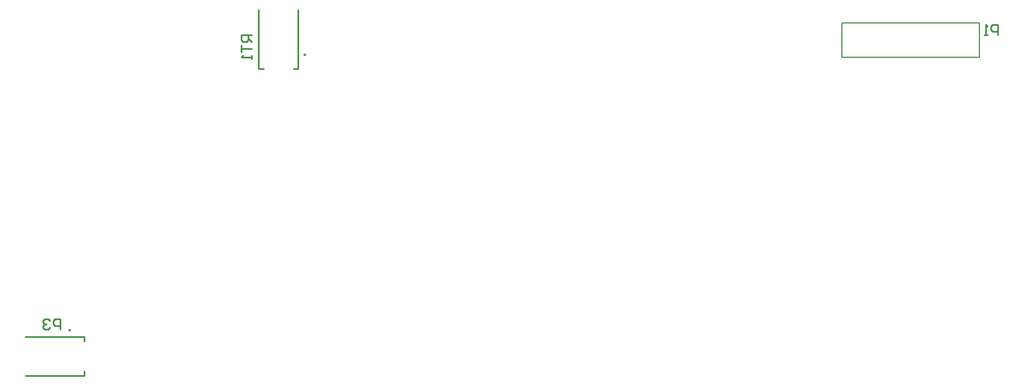
<source format=gbo>
%FSLAX25Y25*%
%MOIN*%
G70*
G01*
G75*
G04 Layer_Color=32896*
%ADD10R,0.05512X0.04331*%
%ADD11R,0.06693X0.04331*%
%ADD12O,0.06496X0.02559*%
%ADD13R,0.08661X0.05906*%
%ADD14O,0.08268X0.01181*%
%ADD15O,0.01181X0.08268*%
%ADD16R,0.04331X0.06693*%
%ADD17R,0.08465X0.01575*%
%ADD18R,0.08465X0.01575*%
%ADD19R,0.05906X0.07480*%
%ADD20R,0.05709X0.02165*%
%ADD21R,0.05709X0.02165*%
%ADD22R,0.10039X0.07284*%
%ADD23R,0.02165X0.05709*%
%ADD24R,0.02165X0.05709*%
%ADD25C,0.03150*%
%ADD26C,0.00598*%
%ADD27C,0.01575*%
%ADD28C,0.01969*%
%ADD29R,0.11811X0.11811*%
%ADD30O,0.04724X0.09843*%
%ADD31O,0.09843X0.04724*%
%ADD32C,0.19685*%
%ADD33R,0.05906X0.05906*%
%ADD34C,0.05906*%
%ADD35C,0.03150*%
%ADD36C,0.05000*%
%ADD37C,0.03937*%
%ADD38C,0.01000*%
%ADD39C,0.00984*%
%ADD40C,0.02362*%
%ADD41C,0.00787*%
%ADD42C,0.00394*%
%ADD43R,0.06312X0.05131*%
%ADD44R,0.07493X0.05131*%
%ADD45O,0.07296X0.03359*%
%ADD46R,0.09461X0.06706*%
%ADD47O,0.09068X0.01981*%
%ADD48O,0.01981X0.09068*%
%ADD49R,0.05131X0.07493*%
%ADD50R,0.09265X0.02375*%
%ADD51R,0.09265X0.02375*%
%ADD52R,0.06706X0.08280*%
%ADD53R,0.06509X0.02965*%
%ADD54R,0.06509X0.02965*%
%ADD55R,0.10839X0.08083*%
%ADD56R,0.02965X0.06509*%
%ADD57R,0.02965X0.06509*%
%ADD58R,0.12611X0.12611*%
%ADD59O,0.05524X0.10642*%
%ADD60O,0.10642X0.05524*%
%ADD61C,0.20485*%
%ADD62R,0.06706X0.06706*%
%ADD63C,0.06706*%
%ADD64C,0.03950*%
%ADD65C,0.05800*%
%ADD66C,0.04737*%
D38*
X164567Y244488D02*
G03*
X164567Y244488I-394J0D01*
G01*
X27953Y84252D02*
G03*
X27953Y84252I-394J0D01*
G01*
X137402Y236221D02*
X140157D01*
X157480D02*
X160236D01*
X137402D02*
Y270472D01*
X160236Y236221D02*
Y270472D01*
X35827Y57480D02*
Y60236D01*
Y77559D02*
Y80315D01*
X1575Y57480D02*
X35827D01*
X1575Y80315D02*
X35827D01*
X133071Y255906D02*
X127073D01*
Y252906D01*
X128073Y251907D01*
X130072D01*
X131071Y252906D01*
Y255906D01*
Y253906D02*
X133071Y251907D01*
X127073Y249907D02*
Y245909D01*
Y247908D01*
X133071D01*
Y243909D02*
Y241910D01*
Y242910D01*
X127073D01*
X128073Y243909D01*
X22047Y84646D02*
Y90644D01*
X19048D01*
X18048Y89644D01*
Y87645D01*
X19048Y86645D01*
X22047D01*
X16049Y89644D02*
X15049Y90644D01*
X13050D01*
X12050Y89644D01*
Y88644D01*
X13050Y87645D01*
X14050D01*
X13050D01*
X12050Y86645D01*
Y85645D01*
X13050Y84646D01*
X15049D01*
X16049Y85645D01*
X567323Y255906D02*
Y261904D01*
X564324D01*
X563324Y260904D01*
Y258905D01*
X564324Y257905D01*
X567323D01*
X561325Y255906D02*
X559325D01*
X560325D01*
Y261904D01*
X561325Y260904D01*
D41*
X556575Y243032D02*
Y263032D01*
X476575Y243032D02*
Y263032D01*
Y243032D02*
X556575D01*
X476575Y263032D02*
X556575D01*
M02*

</source>
